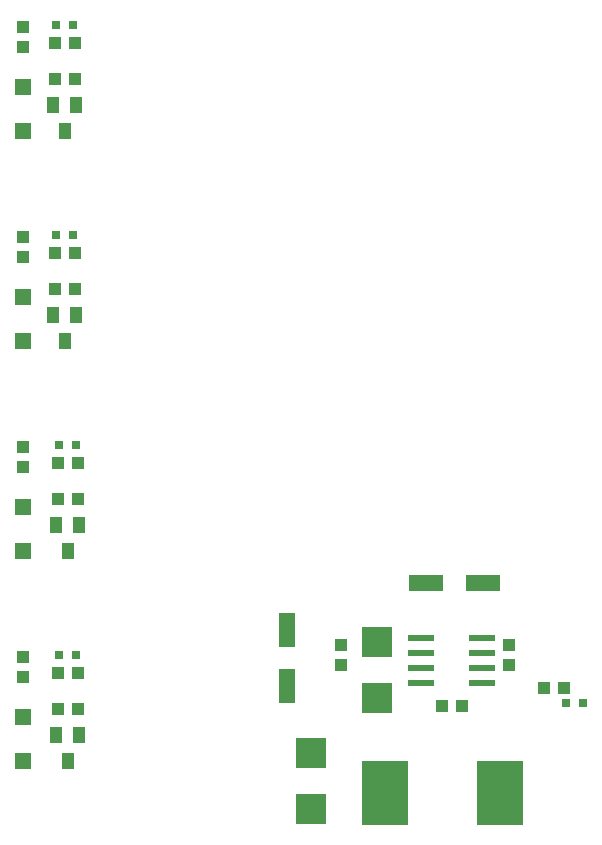
<source format=gtp>
G75*
%MOIN*%
%OFA0B0*%
%FSLAX24Y24*%
%IPPOS*%
%LPD*%
%AMOC8*
5,1,8,0,0,1.08239X$1,22.5*
%
%ADD10R,0.0315X0.0315*%
%ADD11R,0.0394X0.0433*%
%ADD12R,0.0433X0.0394*%
%ADD13R,0.0394X0.0551*%
%ADD14R,0.0551X0.0551*%
%ADD15R,0.0551X0.1181*%
%ADD16R,0.1181X0.0551*%
%ADD17R,0.1000X0.1000*%
%ADD18R,0.0866X0.0236*%
%ADD19R,0.1575X0.2126*%
D10*
X020738Y012193D03*
X021328Y012193D03*
X021328Y019193D03*
X020738Y019193D03*
X020638Y026193D03*
X021228Y026193D03*
X021228Y033193D03*
X020638Y033193D03*
X037638Y010593D03*
X038228Y010593D03*
D11*
X035733Y011859D03*
X035733Y012528D03*
X030133Y012528D03*
X030133Y011859D03*
X019533Y012128D03*
X019533Y011459D03*
X019533Y018459D03*
X019533Y019128D03*
X019533Y025459D03*
X019533Y026128D03*
X019533Y032459D03*
X019533Y033128D03*
D12*
X020598Y032593D03*
X021268Y032593D03*
X021268Y031393D03*
X020598Y031393D03*
X020598Y025593D03*
X021268Y025593D03*
X021268Y024393D03*
X020598Y024393D03*
X020698Y018593D03*
X021368Y018593D03*
X021368Y017393D03*
X020698Y017393D03*
X020698Y011593D03*
X021368Y011593D03*
X021368Y010393D03*
X020698Y010393D03*
X033498Y010493D03*
X034168Y010493D03*
X036898Y011093D03*
X037568Y011093D03*
D13*
X021407Y009526D03*
X020659Y009526D03*
X021033Y008660D03*
X021033Y015660D03*
X021407Y016526D03*
X020659Y016526D03*
X020933Y022660D03*
X021307Y023526D03*
X020559Y023526D03*
X020933Y029660D03*
X021307Y030526D03*
X020559Y030526D03*
D14*
X019533Y008645D03*
X019533Y010141D03*
X019533Y015645D03*
X019533Y017141D03*
X019533Y022645D03*
X019533Y024141D03*
X019533Y029645D03*
X019533Y031141D03*
D15*
X028333Y013038D03*
X028333Y011148D03*
D16*
X032988Y014593D03*
X034878Y014593D03*
D17*
X031333Y012618D03*
X031333Y010768D03*
X029133Y008918D03*
X029133Y007068D03*
D18*
X032809Y011243D03*
X032809Y011743D03*
X032809Y012243D03*
X032809Y012743D03*
X034857Y012743D03*
X034857Y012243D03*
X034857Y011743D03*
X034857Y011243D03*
D19*
X035462Y007593D03*
X031604Y007593D03*
M02*

</source>
